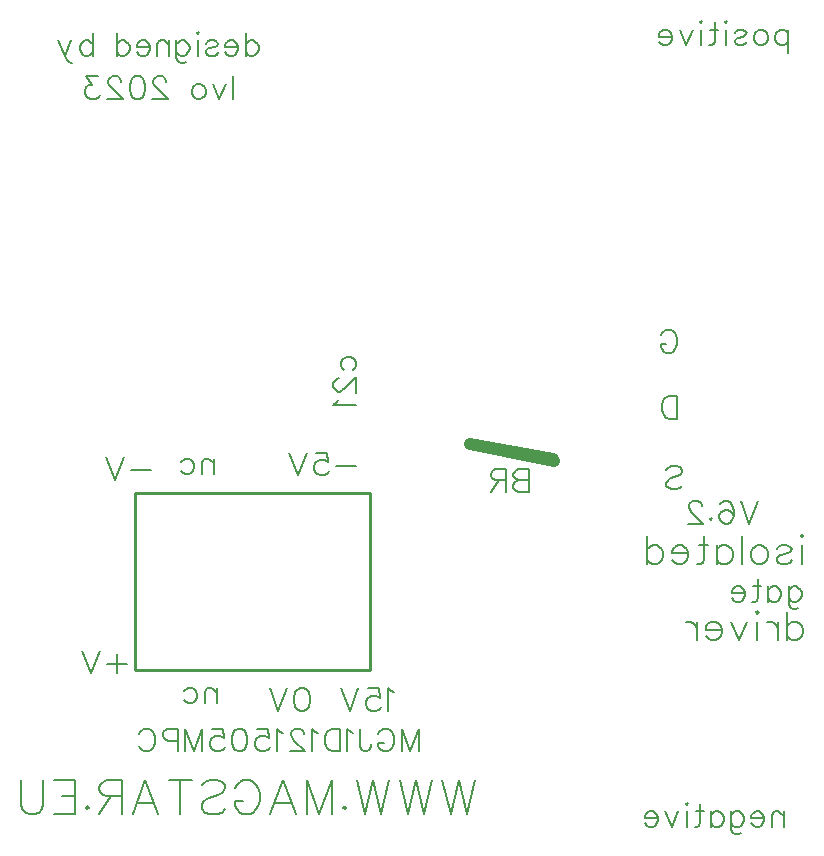
<source format=gbo>
G04 Layer: BottomSilkscreenLayer*
G04 EasyEDA v6.5.34, 2023-10-25 23:35:01*
G04 b0c90d07580345d6a9a575a3640b0f1e,d8e1fe4a71354f51b54a745932dbb16f,10*
G04 Gerber Generator version 0.2*
G04 Scale: 100 percent, Rotated: No, Reflected: No *
G04 Dimensions in millimeters *
G04 leading zeros omitted , absolute positions ,4 integer and 5 decimal *
%FSLAX45Y45*%
%MOMM*%

%ADD10C,0.2032*%
%ADD11C,1.0000*%
%ADD12C,0.2540*%

%LPD*%
D10*
X5130800Y3265749D02*
G01*
X5130800Y3071787D01*
X5130800Y3265749D02*
G01*
X5047673Y3265749D01*
X5019964Y3256513D01*
X5010726Y3247278D01*
X5001491Y3228804D01*
X5001491Y3210331D01*
X5010726Y3191857D01*
X5019964Y3182622D01*
X5047673Y3173387D01*
X5130800Y3173387D02*
G01*
X5047673Y3173387D01*
X5019964Y3164149D01*
X5010726Y3154913D01*
X5001491Y3136440D01*
X5001491Y3108731D01*
X5010726Y3090257D01*
X5019964Y3081022D01*
X5047673Y3071787D01*
X5130800Y3071787D01*
X4940531Y3265749D02*
G01*
X4940531Y3071787D01*
X4940531Y3265749D02*
G01*
X4857404Y3265749D01*
X4829695Y3256513D01*
X4820457Y3247278D01*
X4811222Y3228804D01*
X4811222Y3210331D01*
X4820457Y3191857D01*
X4829695Y3182622D01*
X4857404Y3173387D01*
X4940531Y3173387D01*
X4875875Y3173387D02*
G01*
X4811222Y3071787D01*
X4203103Y1071521D02*
G01*
X4203103Y877719D01*
X4203103Y1071521D02*
G01*
X4129189Y877719D01*
X4055275Y1071521D02*
G01*
X4129189Y877719D01*
X4055275Y1071521D02*
G01*
X4055275Y877719D01*
X3855885Y1025547D02*
G01*
X3865029Y1043835D01*
X3883571Y1062377D01*
X3902113Y1071521D01*
X3938943Y1071521D01*
X3957485Y1062377D01*
X3975773Y1043835D01*
X3985171Y1025547D01*
X3994315Y997861D01*
X3994315Y951633D01*
X3985171Y923947D01*
X3975773Y905405D01*
X3957485Y886863D01*
X3938943Y877719D01*
X3902113Y877719D01*
X3883571Y886863D01*
X3865029Y905405D01*
X3855885Y923947D01*
X3855885Y951633D01*
X3902113Y951633D02*
G01*
X3855885Y951633D01*
X3702469Y1071521D02*
G01*
X3702469Y923947D01*
X3711613Y896261D01*
X3721011Y886863D01*
X3739553Y877719D01*
X3757841Y877719D01*
X3776383Y886863D01*
X3785527Y896261D01*
X3794925Y923947D01*
X3794925Y942235D01*
X3641509Y1034691D02*
G01*
X3622967Y1043835D01*
X3595281Y1071521D01*
X3595281Y877719D01*
X3534321Y1071521D02*
G01*
X3534321Y877719D01*
X3534321Y1071521D02*
G01*
X3469805Y1071521D01*
X3442119Y1062377D01*
X3423577Y1043835D01*
X3414433Y1025547D01*
X3405035Y997861D01*
X3405035Y951633D01*
X3414433Y923947D01*
X3423577Y905405D01*
X3442119Y886863D01*
X3469805Y877719D01*
X3534321Y877719D01*
X3344075Y1034691D02*
G01*
X3325533Y1043835D01*
X3297847Y1071521D01*
X3297847Y877719D01*
X3227743Y1025547D02*
G01*
X3227743Y1034691D01*
X3218599Y1053233D01*
X3209201Y1062377D01*
X3190913Y1071521D01*
X3153829Y1071521D01*
X3135287Y1062377D01*
X3126143Y1053233D01*
X3116999Y1034691D01*
X3116999Y1016149D01*
X3126143Y997861D01*
X3144685Y969921D01*
X3236887Y877719D01*
X3107601Y877719D01*
X3046641Y1034691D02*
G01*
X3028353Y1043835D01*
X3000413Y1071521D01*
X3000413Y877719D01*
X2828709Y1071521D02*
G01*
X2921165Y1071521D01*
X2930309Y988463D01*
X2921165Y997861D01*
X2893479Y1007005D01*
X2865793Y1007005D01*
X2837853Y997861D01*
X2819565Y979319D01*
X2810167Y951633D01*
X2810167Y933091D01*
X2819565Y905405D01*
X2837853Y886863D01*
X2865793Y877719D01*
X2893479Y877719D01*
X2921165Y886863D01*
X2930309Y896261D01*
X2939453Y914549D01*
X2693835Y1071521D02*
G01*
X2721521Y1062377D01*
X2740063Y1034691D01*
X2749207Y988463D01*
X2749207Y960777D01*
X2740063Y914549D01*
X2721521Y886863D01*
X2693835Y877719D01*
X2675293Y877719D01*
X2647607Y886863D01*
X2629319Y914549D01*
X2619921Y960777D01*
X2619921Y988463D01*
X2629319Y1034691D01*
X2647607Y1062377D01*
X2675293Y1071521D01*
X2693835Y1071521D01*
X2448217Y1071521D02*
G01*
X2540673Y1071521D01*
X2549817Y988463D01*
X2540673Y997861D01*
X2512733Y1007005D01*
X2485047Y1007005D01*
X2457361Y997861D01*
X2439073Y979319D01*
X2429675Y951633D01*
X2429675Y933091D01*
X2439073Y905405D01*
X2457361Y886863D01*
X2485047Y877719D01*
X2512733Y877719D01*
X2540673Y886863D01*
X2549817Y896261D01*
X2558961Y914549D01*
X2368715Y1071521D02*
G01*
X2368715Y877719D01*
X2368715Y1071521D02*
G01*
X2294801Y877719D01*
X2220887Y1071521D02*
G01*
X2294801Y877719D01*
X2220887Y1071521D02*
G01*
X2220887Y877719D01*
X2159927Y1071521D02*
G01*
X2159927Y877719D01*
X2159927Y1071521D02*
G01*
X2076869Y1071521D01*
X2049183Y1062377D01*
X2040039Y1053233D01*
X2030641Y1034691D01*
X2030641Y1007005D01*
X2040039Y988463D01*
X2049183Y979319D01*
X2076869Y969921D01*
X2159927Y969921D01*
X1831251Y1025547D02*
G01*
X1840395Y1043835D01*
X1858937Y1062377D01*
X1877479Y1071521D01*
X1914309Y1071521D01*
X1932851Y1062377D01*
X1951393Y1043835D01*
X1960537Y1025547D01*
X1969681Y997861D01*
X1969681Y951633D01*
X1960537Y923947D01*
X1951393Y905405D01*
X1932851Y886863D01*
X1914309Y877719D01*
X1877479Y877719D01*
X1858937Y886863D01*
X1840395Y905405D01*
X1831251Y923947D01*
X3669690Y3297626D02*
G01*
X3503320Y3297626D01*
X3331616Y3408370D02*
G01*
X3424072Y3408370D01*
X3433216Y3325312D01*
X3424072Y3334456D01*
X3396386Y3343854D01*
X3368700Y3343854D01*
X3340760Y3334456D01*
X3322472Y3316168D01*
X3313074Y3288482D01*
X3313074Y3269940D01*
X3322472Y3242254D01*
X3340760Y3223712D01*
X3368700Y3214568D01*
X3396386Y3214568D01*
X3424072Y3223712D01*
X3433216Y3232856D01*
X3442360Y3251398D01*
X3252114Y3408370D02*
G01*
X3178200Y3214568D01*
X3104540Y3408370D02*
G01*
X3178200Y3214568D01*
X1929790Y3259531D02*
G01*
X1763420Y3259531D01*
X1702460Y3370275D02*
G01*
X1628800Y3176473D01*
X1554886Y3370275D02*
G01*
X1628800Y3176473D01*
X3987190Y1377586D02*
G01*
X3968648Y1386730D01*
X3940962Y1414416D01*
X3940962Y1220614D01*
X3769258Y1414416D02*
G01*
X3861460Y1414416D01*
X3870858Y1331358D01*
X3861460Y1340756D01*
X3833774Y1349900D01*
X3806088Y1349900D01*
X3778402Y1340756D01*
X3759860Y1322214D01*
X3750716Y1294528D01*
X3750716Y1275986D01*
X3759860Y1248300D01*
X3778402Y1229758D01*
X3806088Y1220614D01*
X3833774Y1220614D01*
X3861460Y1229758D01*
X3870858Y1239156D01*
X3880002Y1257444D01*
X3689756Y1414416D02*
G01*
X3615842Y1220614D01*
X3541928Y1414416D02*
G01*
X3615842Y1220614D01*
X3220618Y1414470D02*
G01*
X3248304Y1405326D01*
X3266846Y1377640D01*
X3275990Y1331412D01*
X3275990Y1303726D01*
X3266846Y1257498D01*
X3248304Y1229812D01*
X3220618Y1220668D01*
X3202076Y1220668D01*
X3174390Y1229812D01*
X3155848Y1257498D01*
X3146704Y1303726D01*
X3146704Y1331412D01*
X3155848Y1377640D01*
X3174390Y1405326D01*
X3202076Y1414470D01*
X3220618Y1414470D01*
X3085744Y1414470D02*
G01*
X3011830Y1220668D01*
X2937916Y1414470D02*
G01*
X3011830Y1220668D01*
X2488590Y1413459D02*
G01*
X2488590Y1284173D01*
X2488590Y1376375D02*
G01*
X2460904Y1404061D01*
X2442362Y1413459D01*
X2414676Y1413459D01*
X2396134Y1404061D01*
X2386990Y1376375D01*
X2386990Y1284173D01*
X2215286Y1385773D02*
G01*
X2233574Y1404061D01*
X2252116Y1413459D01*
X2279802Y1413459D01*
X2298344Y1404061D01*
X2316886Y1385773D01*
X2326030Y1358087D01*
X2326030Y1339545D01*
X2316886Y1311859D01*
X2298344Y1293317D01*
X2279802Y1284173D01*
X2252116Y1284173D01*
X2233574Y1293317D01*
X2215286Y1311859D01*
X1643532Y1704289D02*
G01*
X1643532Y1538173D01*
X1726590Y1621231D02*
G01*
X1560220Y1621231D01*
X1499260Y1731975D02*
G01*
X1425600Y1538173D01*
X1351686Y1731975D02*
G01*
X1425600Y1538173D01*
X2463190Y3356559D02*
G01*
X2463190Y3227273D01*
X2463190Y3319475D02*
G01*
X2435504Y3347161D01*
X2416962Y3356559D01*
X2389276Y3356559D01*
X2370734Y3347161D01*
X2361590Y3319475D01*
X2361590Y3227273D01*
X2189886Y3328873D02*
G01*
X2208174Y3347161D01*
X2226716Y3356559D01*
X2254402Y3356559D01*
X2272944Y3347161D01*
X2291486Y3328873D01*
X2300630Y3301187D01*
X2300630Y3282645D01*
X2291486Y3254959D01*
X2272944Y3236417D01*
X2254402Y3227273D01*
X2226716Y3227273D01*
X2208174Y3236417D01*
X2189886Y3254959D01*
X7454900Y2703372D02*
G01*
X7443536Y2692008D01*
X7432172Y2703372D01*
X7443536Y2714736D01*
X7454900Y2703372D01*
X7443536Y2623827D02*
G01*
X7443536Y2464737D01*
X7232172Y2589735D02*
G01*
X7243536Y2612463D01*
X7277628Y2623827D01*
X7311717Y2623827D01*
X7345809Y2612463D01*
X7357173Y2589735D01*
X7345809Y2567010D01*
X7323081Y2555646D01*
X7266264Y2544282D01*
X7243536Y2532918D01*
X7232172Y2510190D01*
X7232172Y2498826D01*
X7243536Y2476101D01*
X7277628Y2464737D01*
X7311717Y2464737D01*
X7345809Y2476101D01*
X7357173Y2498826D01*
X7100354Y2623827D02*
G01*
X7123082Y2612463D01*
X7145809Y2589735D01*
X7157173Y2555646D01*
X7157173Y2532918D01*
X7145809Y2498826D01*
X7123082Y2476101D01*
X7100354Y2464737D01*
X7066264Y2464737D01*
X7043536Y2476101D01*
X7020808Y2498826D01*
X7009444Y2532918D01*
X7009444Y2555646D01*
X7020808Y2589735D01*
X7043536Y2612463D01*
X7066264Y2623827D01*
X7100354Y2623827D01*
X6934446Y2703372D02*
G01*
X6934446Y2464737D01*
X6723082Y2623827D02*
G01*
X6723082Y2464737D01*
X6723082Y2589735D02*
G01*
X6745808Y2612463D01*
X6768536Y2623827D01*
X6802627Y2623827D01*
X6825353Y2612463D01*
X6848081Y2589735D01*
X6859445Y2555646D01*
X6859445Y2532918D01*
X6848081Y2498826D01*
X6825353Y2476101D01*
X6802627Y2464737D01*
X6768536Y2464737D01*
X6745808Y2476101D01*
X6723082Y2498826D01*
X6613989Y2703372D02*
G01*
X6613989Y2510190D01*
X6602628Y2476101D01*
X6579900Y2464737D01*
X6557172Y2464737D01*
X6648081Y2623827D02*
G01*
X6568536Y2623827D01*
X6482173Y2555646D02*
G01*
X6345809Y2555646D01*
X6345809Y2578371D01*
X6357172Y2601099D01*
X6368536Y2612463D01*
X6391264Y2623827D01*
X6425354Y2623827D01*
X6448082Y2612463D01*
X6470810Y2589735D01*
X6482173Y2555646D01*
X6482173Y2532918D01*
X6470810Y2498826D01*
X6448082Y2476101D01*
X6425354Y2464737D01*
X6391264Y2464737D01*
X6368536Y2476101D01*
X6345809Y2498826D01*
X6134445Y2703372D02*
G01*
X6134445Y2464737D01*
X6134445Y2589735D02*
G01*
X6157173Y2612463D01*
X6179898Y2623827D01*
X6213990Y2623827D01*
X6236718Y2612463D01*
X6259446Y2589735D01*
X6270807Y2555646D01*
X6270807Y2532918D01*
X6259446Y2498826D01*
X6236718Y2476101D01*
X6213990Y2464737D01*
X6179898Y2464737D01*
X6157173Y2476101D01*
X6134445Y2498826D01*
X4673600Y632927D02*
G01*
X4605418Y346562D01*
X4537237Y632927D02*
G01*
X4605418Y346562D01*
X4537237Y632927D02*
G01*
X4469053Y346562D01*
X4400872Y632927D02*
G01*
X4469053Y346562D01*
X4310872Y632927D02*
G01*
X4242691Y346562D01*
X4174510Y632927D02*
G01*
X4242691Y346562D01*
X4174510Y632927D02*
G01*
X4106329Y346562D01*
X4038147Y632927D02*
G01*
X4106329Y346562D01*
X3948148Y632927D02*
G01*
X3879964Y346562D01*
X3811783Y632927D02*
G01*
X3879964Y346562D01*
X3811783Y632927D02*
G01*
X3743601Y346562D01*
X3675420Y632927D02*
G01*
X3743601Y346562D01*
X3571783Y414746D02*
G01*
X3585420Y401109D01*
X3571783Y387471D01*
X3558148Y401109D01*
X3571783Y414746D01*
X3468149Y632927D02*
G01*
X3468149Y346562D01*
X3468149Y632927D02*
G01*
X3359056Y346562D01*
X3249965Y632927D02*
G01*
X3359056Y346562D01*
X3249965Y632927D02*
G01*
X3249965Y346562D01*
X3050875Y632927D02*
G01*
X3159965Y346562D01*
X3050875Y632927D02*
G01*
X2941784Y346562D01*
X3119056Y442018D02*
G01*
X2982694Y442018D01*
X2647241Y564746D02*
G01*
X2660876Y592018D01*
X2688150Y619290D01*
X2715422Y632927D01*
X2769966Y632927D01*
X2797241Y619290D01*
X2824513Y592018D01*
X2838150Y564746D01*
X2851784Y523836D01*
X2851784Y455653D01*
X2838150Y414746D01*
X2824513Y387471D01*
X2797241Y360199D01*
X2769966Y346562D01*
X2715422Y346562D01*
X2688150Y360199D01*
X2660876Y387471D01*
X2647241Y414746D01*
X2647241Y455653D01*
X2715422Y455653D02*
G01*
X2647241Y455653D01*
X2366332Y592018D02*
G01*
X2393604Y619290D01*
X2434513Y632927D01*
X2489057Y632927D01*
X2529966Y619290D01*
X2557241Y592018D01*
X2557241Y564746D01*
X2543604Y537471D01*
X2529966Y523836D01*
X2502695Y510199D01*
X2420876Y482927D01*
X2393604Y469290D01*
X2379967Y455653D01*
X2366332Y428381D01*
X2366332Y387471D01*
X2393604Y360199D01*
X2434513Y346562D01*
X2489057Y346562D01*
X2529966Y360199D01*
X2557241Y387471D01*
X2180877Y632927D02*
G01*
X2180877Y346562D01*
X2276332Y632927D02*
G01*
X2085423Y632927D01*
X1886333Y632927D02*
G01*
X1995424Y346562D01*
X1886333Y632927D02*
G01*
X1777243Y346562D01*
X1954514Y442018D02*
G01*
X1818152Y442018D01*
X1687243Y632927D02*
G01*
X1687243Y346562D01*
X1687243Y632927D02*
G01*
X1564515Y632927D01*
X1523606Y619290D01*
X1509969Y605652D01*
X1496334Y578380D01*
X1496334Y551108D01*
X1509969Y523836D01*
X1523606Y510199D01*
X1564515Y496562D01*
X1687243Y496562D01*
X1591787Y496562D02*
G01*
X1496334Y346562D01*
X1392697Y414746D02*
G01*
X1406334Y401109D01*
X1392697Y387471D01*
X1379059Y401109D01*
X1392697Y414746D01*
X1289060Y632927D02*
G01*
X1289060Y346562D01*
X1289060Y632927D02*
G01*
X1111788Y632927D01*
X1289060Y496562D02*
G01*
X1179969Y496562D01*
X1289060Y346562D02*
G01*
X1111788Y346562D01*
X1021788Y632927D02*
G01*
X1021788Y428381D01*
X1008153Y387471D01*
X980879Y360199D01*
X939970Y346562D01*
X912698Y346562D01*
X871788Y360199D01*
X844516Y387471D01*
X830879Y428381D01*
X830879Y632927D01*
X7318537Y2055672D02*
G01*
X7318537Y1817037D01*
X7318537Y1942035D02*
G01*
X7341262Y1964763D01*
X7363990Y1976127D01*
X7398082Y1976127D01*
X7420808Y1964763D01*
X7443536Y1942035D01*
X7454900Y1907946D01*
X7454900Y1885218D01*
X7443536Y1851126D01*
X7420808Y1828401D01*
X7398082Y1817037D01*
X7363990Y1817037D01*
X7341262Y1828401D01*
X7318537Y1851126D01*
X7243536Y1976127D02*
G01*
X7243536Y1817037D01*
X7243536Y1907946D02*
G01*
X7232172Y1942035D01*
X7209444Y1964763D01*
X7186719Y1976127D01*
X7152627Y1976127D01*
X7077626Y2055672D02*
G01*
X7066264Y2044308D01*
X7054900Y2055672D01*
X7066264Y2067036D01*
X7077626Y2055672D01*
X7066264Y1976127D02*
G01*
X7066264Y1817037D01*
X6979899Y1976127D02*
G01*
X6911718Y1817037D01*
X6843537Y1976127D02*
G01*
X6911718Y1817037D01*
X6768536Y1907946D02*
G01*
X6632173Y1907946D01*
X6632173Y1930671D01*
X6643535Y1953399D01*
X6654899Y1964763D01*
X6677626Y1976127D01*
X6711718Y1976127D01*
X6734444Y1964763D01*
X6757172Y1942035D01*
X6768536Y1907946D01*
X6768536Y1885218D01*
X6757172Y1851126D01*
X6734444Y1828401D01*
X6711718Y1817037D01*
X6677626Y1817037D01*
X6654899Y1828401D01*
X6632173Y1851126D01*
X6557172Y1976127D02*
G01*
X6557172Y1817037D01*
X6557172Y1907946D02*
G01*
X6545808Y1942035D01*
X6523080Y1964763D01*
X6500355Y1976127D01*
X6466263Y1976127D01*
X7331364Y2273993D02*
G01*
X7331364Y2126211D01*
X7340600Y2098502D01*
X7349835Y2089264D01*
X7368308Y2080028D01*
X7396017Y2080028D01*
X7414491Y2089264D01*
X7331364Y2246284D02*
G01*
X7349835Y2264755D01*
X7368308Y2273993D01*
X7396017Y2273993D01*
X7414491Y2264755D01*
X7432964Y2246284D01*
X7442200Y2218575D01*
X7442200Y2200102D01*
X7432964Y2172393D01*
X7414491Y2153919D01*
X7396017Y2144684D01*
X7368308Y2144684D01*
X7349835Y2153919D01*
X7331364Y2172393D01*
X7159566Y2273993D02*
G01*
X7159566Y2144684D01*
X7159566Y2246284D02*
G01*
X7178040Y2264755D01*
X7196513Y2273993D01*
X7224222Y2273993D01*
X7242695Y2264755D01*
X7261166Y2246284D01*
X7270404Y2218575D01*
X7270404Y2200102D01*
X7261166Y2172393D01*
X7242695Y2153919D01*
X7224222Y2144684D01*
X7196513Y2144684D01*
X7178040Y2153919D01*
X7159566Y2172393D01*
X7070897Y2338646D02*
G01*
X7070897Y2181628D01*
X7061662Y2153919D01*
X7043188Y2144684D01*
X7024715Y2144684D01*
X7098606Y2273993D02*
G01*
X7033953Y2273993D01*
X6963755Y2218575D02*
G01*
X6852920Y2218575D01*
X6852920Y2237046D01*
X6862155Y2255519D01*
X6871393Y2264755D01*
X6889864Y2273993D01*
X6917575Y2273993D01*
X6936046Y2264755D01*
X6954520Y2246284D01*
X6963755Y2218575D01*
X6963755Y2200102D01*
X6954520Y2172393D01*
X6936046Y2153919D01*
X6917575Y2144684D01*
X6889864Y2144684D01*
X6871393Y2153919D01*
X6852920Y2172393D01*
X6296906Y3263369D02*
G01*
X6315448Y3281911D01*
X6343134Y3291055D01*
X6379964Y3291055D01*
X6407650Y3281911D01*
X6426192Y3263369D01*
X6426192Y3245081D01*
X6417048Y3226539D01*
X6407650Y3217141D01*
X6389362Y3207997D01*
X6333736Y3189455D01*
X6315448Y3180311D01*
X6306050Y3171167D01*
X6296906Y3152625D01*
X6296906Y3124939D01*
X6315448Y3106397D01*
X6343134Y3097253D01*
X6379964Y3097253D01*
X6407650Y3106397D01*
X6426192Y3124939D01*
X6388100Y3887955D02*
G01*
X6388100Y3694153D01*
X6388100Y3887955D02*
G01*
X6323329Y3887955D01*
X6295643Y3878811D01*
X6277356Y3860269D01*
X6267958Y3841981D01*
X6258813Y3814041D01*
X6258813Y3768067D01*
X6267958Y3740381D01*
X6277356Y3721839D01*
X6295643Y3703297D01*
X6323329Y3694153D01*
X6388100Y3694153D01*
X6249670Y4400781D02*
G01*
X6258813Y4419069D01*
X6277356Y4437611D01*
X6295643Y4446755D01*
X6332727Y4446755D01*
X6351270Y4437611D01*
X6369558Y4419069D01*
X6378956Y4400781D01*
X6388100Y4372841D01*
X6388100Y4326867D01*
X6378956Y4299181D01*
X6369558Y4280639D01*
X6351270Y4262097D01*
X6332727Y4252953D01*
X6295643Y4252953D01*
X6277356Y4262097D01*
X6258813Y4280639D01*
X6249670Y4299181D01*
X6249670Y4326867D01*
X6295643Y4326867D02*
G01*
X6249670Y4326867D01*
X7073900Y2999046D02*
G01*
X7000008Y2805084D01*
X6926117Y2999046D02*
G01*
X7000008Y2805084D01*
X6754322Y2971337D02*
G01*
X6763557Y2989811D01*
X6791266Y2999046D01*
X6809740Y2999046D01*
X6837448Y2989811D01*
X6855922Y2962102D01*
X6865157Y2915919D01*
X6865157Y2869737D01*
X6855922Y2832793D01*
X6837448Y2814319D01*
X6809740Y2805084D01*
X6800504Y2805084D01*
X6772795Y2814319D01*
X6754322Y2832793D01*
X6745084Y2860502D01*
X6745084Y2869737D01*
X6754322Y2897446D01*
X6772795Y2915919D01*
X6800504Y2925155D01*
X6809740Y2925155D01*
X6837448Y2915919D01*
X6855922Y2897446D01*
X6865157Y2869737D01*
X6674888Y2851264D02*
G01*
X6684124Y2842028D01*
X6674888Y2832793D01*
X6665653Y2842028D01*
X6674888Y2851264D01*
X6595455Y2952864D02*
G01*
X6595455Y2962102D01*
X6586220Y2980575D01*
X6576984Y2989811D01*
X6558511Y2999046D01*
X6521564Y2999046D01*
X6503093Y2989811D01*
X6493855Y2980575D01*
X6484620Y2962102D01*
X6484620Y2943628D01*
X6493855Y2925155D01*
X6512328Y2897446D01*
X6604693Y2805084D01*
X6475384Y2805084D01*
X7327900Y6985711D02*
G01*
X7327900Y6791655D01*
X7327900Y6958025D02*
G01*
X7309358Y6976567D01*
X7291070Y6985711D01*
X7263129Y6985711D01*
X7244841Y6976567D01*
X7226300Y6958025D01*
X7217156Y6930339D01*
X7217156Y6911797D01*
X7226300Y6884111D01*
X7244841Y6865569D01*
X7263129Y6856425D01*
X7291070Y6856425D01*
X7309358Y6865569D01*
X7327900Y6884111D01*
X7109968Y6985711D02*
G01*
X7128509Y6976567D01*
X7146797Y6958025D01*
X7156195Y6930339D01*
X7156195Y6911797D01*
X7146797Y6884111D01*
X7128509Y6865569D01*
X7109968Y6856425D01*
X7082281Y6856425D01*
X7063740Y6865569D01*
X7045197Y6884111D01*
X7036054Y6911797D01*
X7036054Y6930339D01*
X7045197Y6958025D01*
X7063740Y6976567D01*
X7082281Y6985711D01*
X7109968Y6985711D01*
X6873493Y6958025D02*
G01*
X6882638Y6976567D01*
X6910324Y6985711D01*
X6938009Y6985711D01*
X6965950Y6976567D01*
X6975093Y6958025D01*
X6965950Y6939483D01*
X6947408Y6930339D01*
X6901179Y6920941D01*
X6882638Y6911797D01*
X6873493Y6893255D01*
X6873493Y6884111D01*
X6882638Y6865569D01*
X6910324Y6856425D01*
X6938009Y6856425D01*
X6965950Y6865569D01*
X6975093Y6884111D01*
X6812534Y7050227D02*
G01*
X6803390Y7041083D01*
X6793991Y7050227D01*
X6803390Y7059625D01*
X6812534Y7050227D01*
X6803390Y6985711D02*
G01*
X6803390Y6856425D01*
X6705345Y7050227D02*
G01*
X6705345Y6893255D01*
X6696202Y6865569D01*
X6677659Y6856425D01*
X6659118Y6856425D01*
X6733031Y6985711D02*
G01*
X6668515Y6985711D01*
X6598158Y7050227D02*
G01*
X6589013Y7041083D01*
X6579870Y7050227D01*
X6589013Y7059625D01*
X6598158Y7050227D01*
X6589013Y6985711D02*
G01*
X6589013Y6856425D01*
X6518909Y6985711D02*
G01*
X6463284Y6856425D01*
X6407911Y6985711D02*
G01*
X6463284Y6856425D01*
X6346952Y6930339D02*
G01*
X6236208Y6930339D01*
X6236208Y6948627D01*
X6245352Y6967169D01*
X6254750Y6976567D01*
X6273038Y6985711D01*
X6300724Y6985711D01*
X6319265Y6976567D01*
X6337808Y6958025D01*
X6346952Y6930339D01*
X6346952Y6911797D01*
X6337808Y6884111D01*
X6319265Y6865569D01*
X6300724Y6856425D01*
X6273038Y6856425D01*
X6254750Y6865569D01*
X6236208Y6884111D01*
X7289789Y369013D02*
G01*
X7289789Y239727D01*
X7289789Y331929D02*
G01*
X7262103Y359869D01*
X7243561Y369013D01*
X7215875Y369013D01*
X7197333Y359869D01*
X7188189Y331929D01*
X7188189Y239727D01*
X7127229Y313641D02*
G01*
X7016485Y313641D01*
X7016485Y331929D01*
X7025629Y350471D01*
X7034773Y359869D01*
X7053315Y369013D01*
X7081001Y369013D01*
X7099543Y359869D01*
X7118085Y341327D01*
X7127229Y313641D01*
X7127229Y295099D01*
X7118085Y267413D01*
X7099543Y248871D01*
X7081001Y239727D01*
X7053315Y239727D01*
X7034773Y248871D01*
X7016485Y267413D01*
X6844527Y369013D02*
G01*
X6844527Y221185D01*
X6853925Y193499D01*
X6863069Y184355D01*
X6881611Y174957D01*
X6909297Y174957D01*
X6927839Y184355D01*
X6844527Y341327D02*
G01*
X6863069Y359869D01*
X6881611Y369013D01*
X6909297Y369013D01*
X6927839Y359869D01*
X6946127Y341327D01*
X6955525Y313641D01*
X6955525Y295099D01*
X6946127Y267413D01*
X6927839Y248871D01*
X6909297Y239727D01*
X6881611Y239727D01*
X6863069Y248871D01*
X6844527Y267413D01*
X6672823Y369013D02*
G01*
X6672823Y239727D01*
X6672823Y341327D02*
G01*
X6691365Y359869D01*
X6709653Y369013D01*
X6737339Y369013D01*
X6755881Y359869D01*
X6774423Y341327D01*
X6783567Y313641D01*
X6783567Y295099D01*
X6774423Y267413D01*
X6755881Y248871D01*
X6737339Y239727D01*
X6709653Y239727D01*
X6691365Y248871D01*
X6672823Y267413D01*
X6584177Y433529D02*
G01*
X6584177Y276557D01*
X6574779Y248871D01*
X6556491Y239727D01*
X6537949Y239727D01*
X6611863Y369013D02*
G01*
X6547093Y369013D01*
X6476989Y433529D02*
G01*
X6467845Y424385D01*
X6458447Y433529D01*
X6467845Y442927D01*
X6476989Y433529D01*
X6467845Y369013D02*
G01*
X6467845Y239727D01*
X6397487Y369013D02*
G01*
X6342115Y239727D01*
X6286743Y369013D02*
G01*
X6342115Y239727D01*
X6225783Y313641D02*
G01*
X6115039Y313641D01*
X6115039Y331929D01*
X6124183Y350471D01*
X6133327Y359869D01*
X6151869Y369013D01*
X6179555Y369013D01*
X6198097Y359869D01*
X6216639Y341327D01*
X6225783Y313641D01*
X6225783Y295099D01*
X6216639Y267413D01*
X6198097Y248871D01*
X6179555Y239727D01*
X6151869Y239727D01*
X6133327Y248871D01*
X6115039Y267413D01*
X3570315Y4105564D02*
G01*
X3551844Y4124035D01*
X3542606Y4142508D01*
X3542606Y4170217D01*
X3551844Y4188691D01*
X3570315Y4207164D01*
X3598024Y4216400D01*
X3616497Y4216400D01*
X3644206Y4207164D01*
X3662679Y4188691D01*
X3671915Y4170217D01*
X3671915Y4142508D01*
X3662679Y4124035D01*
X3644206Y4105564D01*
X3524135Y4035366D02*
G01*
X3514897Y4035366D01*
X3496424Y4026131D01*
X3487188Y4016895D01*
X3477953Y3998422D01*
X3477953Y3961475D01*
X3487188Y3943004D01*
X3496424Y3933766D01*
X3514897Y3924531D01*
X3533371Y3924531D01*
X3551844Y3933766D01*
X3579553Y3952239D01*
X3671915Y4044604D01*
X3671915Y3915295D01*
X3514897Y3854335D02*
G01*
X3505662Y3835862D01*
X3477953Y3808153D01*
X3671915Y3808153D01*
X2628900Y6593146D02*
G01*
X2628900Y6399184D01*
X2567940Y6528493D02*
G01*
X2512522Y6399184D01*
X2457104Y6528493D02*
G01*
X2512522Y6399184D01*
X2349962Y6528493D02*
G01*
X2368435Y6519255D01*
X2386906Y6500784D01*
X2396144Y6473075D01*
X2396144Y6454602D01*
X2386906Y6426893D01*
X2368435Y6408419D01*
X2349962Y6399184D01*
X2322253Y6399184D01*
X2303779Y6408419D01*
X2285306Y6426893D01*
X2276071Y6454602D01*
X2276071Y6473075D01*
X2285306Y6500784D01*
X2303779Y6519255D01*
X2322253Y6528493D01*
X2349962Y6528493D01*
X2063635Y6546964D02*
G01*
X2063635Y6556202D01*
X2054397Y6574675D01*
X2045162Y6583911D01*
X2026688Y6593146D01*
X1989744Y6593146D01*
X1971271Y6583911D01*
X1962035Y6574675D01*
X1952797Y6556202D01*
X1952797Y6537728D01*
X1962035Y6519255D01*
X1980506Y6491546D01*
X2072871Y6399184D01*
X1943562Y6399184D01*
X1827184Y6593146D02*
G01*
X1854893Y6583911D01*
X1873364Y6556202D01*
X1882602Y6510019D01*
X1882602Y6482311D01*
X1873364Y6436128D01*
X1854893Y6408419D01*
X1827184Y6399184D01*
X1808711Y6399184D01*
X1781002Y6408419D01*
X1762528Y6436128D01*
X1753293Y6482311D01*
X1753293Y6510019D01*
X1762528Y6556202D01*
X1781002Y6583911D01*
X1808711Y6593146D01*
X1827184Y6593146D01*
X1683095Y6546964D02*
G01*
X1683095Y6556202D01*
X1673860Y6574675D01*
X1664624Y6583911D01*
X1646151Y6593146D01*
X1609204Y6593146D01*
X1590733Y6583911D01*
X1581495Y6574675D01*
X1572260Y6556202D01*
X1572260Y6537728D01*
X1581495Y6519255D01*
X1599968Y6491546D01*
X1692333Y6399184D01*
X1563024Y6399184D01*
X1483591Y6593146D02*
G01*
X1381991Y6593146D01*
X1437408Y6519255D01*
X1409700Y6519255D01*
X1391226Y6510019D01*
X1381991Y6500784D01*
X1372755Y6473075D01*
X1372755Y6454602D01*
X1381991Y6426893D01*
X1400464Y6408419D01*
X1428173Y6399184D01*
X1455882Y6399184D01*
X1483591Y6408419D01*
X1492826Y6417655D01*
X1502064Y6436128D01*
X2733964Y6961446D02*
G01*
X2733964Y6767484D01*
X2733964Y6869084D02*
G01*
X2752435Y6887555D01*
X2770908Y6896793D01*
X2798617Y6896793D01*
X2817091Y6887555D01*
X2835564Y6869084D01*
X2844800Y6841375D01*
X2844800Y6822902D01*
X2835564Y6795193D01*
X2817091Y6776719D01*
X2798617Y6767484D01*
X2770908Y6767484D01*
X2752435Y6776719D01*
X2733964Y6795193D01*
X2673004Y6841375D02*
G01*
X2562166Y6841375D01*
X2562166Y6859846D01*
X2571404Y6878319D01*
X2580640Y6887555D01*
X2599113Y6896793D01*
X2626822Y6896793D01*
X2645295Y6887555D01*
X2663766Y6869084D01*
X2673004Y6841375D01*
X2673004Y6822902D01*
X2663766Y6795193D01*
X2645295Y6776719D01*
X2626822Y6767484D01*
X2599113Y6767484D01*
X2580640Y6776719D01*
X2562166Y6795193D01*
X2399606Y6869084D02*
G01*
X2408844Y6887555D01*
X2436553Y6896793D01*
X2464262Y6896793D01*
X2491971Y6887555D01*
X2501206Y6869084D01*
X2491971Y6850611D01*
X2473497Y6841375D01*
X2427315Y6832137D01*
X2408844Y6822902D01*
X2399606Y6804428D01*
X2399606Y6795193D01*
X2408844Y6776719D01*
X2436553Y6767484D01*
X2464262Y6767484D01*
X2491971Y6776719D01*
X2501206Y6795193D01*
X2338646Y6961446D02*
G01*
X2329411Y6952211D01*
X2320175Y6961446D01*
X2329411Y6970684D01*
X2338646Y6961446D01*
X2329411Y6896793D02*
G01*
X2329411Y6767484D01*
X2148377Y6896793D02*
G01*
X2148377Y6749011D01*
X2157615Y6721302D01*
X2166851Y6712064D01*
X2185324Y6702828D01*
X2213033Y6702828D01*
X2231504Y6712064D01*
X2148377Y6869084D02*
G01*
X2166851Y6887555D01*
X2185324Y6896793D01*
X2213033Y6896793D01*
X2231504Y6887555D01*
X2249977Y6869084D01*
X2259215Y6841375D01*
X2259215Y6822902D01*
X2249977Y6795193D01*
X2231504Y6776719D01*
X2213033Y6767484D01*
X2185324Y6767484D01*
X2166851Y6776719D01*
X2148377Y6795193D01*
X2087417Y6896793D02*
G01*
X2087417Y6767484D01*
X2087417Y6859846D02*
G01*
X2059708Y6887555D01*
X2041235Y6896793D01*
X2013526Y6896793D01*
X1995055Y6887555D01*
X1985817Y6859846D01*
X1985817Y6767484D01*
X1924857Y6841375D02*
G01*
X1814022Y6841375D01*
X1814022Y6859846D01*
X1823257Y6878319D01*
X1832495Y6887555D01*
X1850966Y6896793D01*
X1878675Y6896793D01*
X1897148Y6887555D01*
X1915622Y6869084D01*
X1924857Y6841375D01*
X1924857Y6822902D01*
X1915622Y6795193D01*
X1897148Y6776719D01*
X1878675Y6767484D01*
X1850966Y6767484D01*
X1832495Y6776719D01*
X1814022Y6795193D01*
X1642224Y6961446D02*
G01*
X1642224Y6767484D01*
X1642224Y6869084D02*
G01*
X1660697Y6887555D01*
X1679171Y6896793D01*
X1706879Y6896793D01*
X1725353Y6887555D01*
X1743824Y6869084D01*
X1753062Y6841375D01*
X1753062Y6822902D01*
X1743824Y6795193D01*
X1725353Y6776719D01*
X1706879Y6767484D01*
X1679171Y6767484D01*
X1660697Y6776719D01*
X1642224Y6795193D01*
X1439024Y6961446D02*
G01*
X1439024Y6767484D01*
X1439024Y6869084D02*
G01*
X1420553Y6887555D01*
X1402079Y6896793D01*
X1374371Y6896793D01*
X1355897Y6887555D01*
X1337424Y6869084D01*
X1328188Y6841375D01*
X1328188Y6822902D01*
X1337424Y6795193D01*
X1355897Y6776719D01*
X1374371Y6767484D01*
X1402079Y6767484D01*
X1420553Y6776719D01*
X1439024Y6795193D01*
X1257993Y6896793D02*
G01*
X1202575Y6767484D01*
X1147155Y6896793D02*
G01*
X1202575Y6767484D01*
X1221046Y6730537D01*
X1239520Y6712064D01*
X1257993Y6702828D01*
X1267228Y6702828D01*
D11*
X4634890Y3482797D02*
G01*
X4634890Y3482797D01*
X5346700Y3340100D01*
X4634890Y3482797D02*
G01*
X5336542Y3351329D01*
D12*
X1796389Y3067913D02*
G01*
X3790391Y3067913D01*
X3790391Y1568907D01*
X1796389Y1568907D01*
X1796389Y3067913D01*
M02*

</source>
